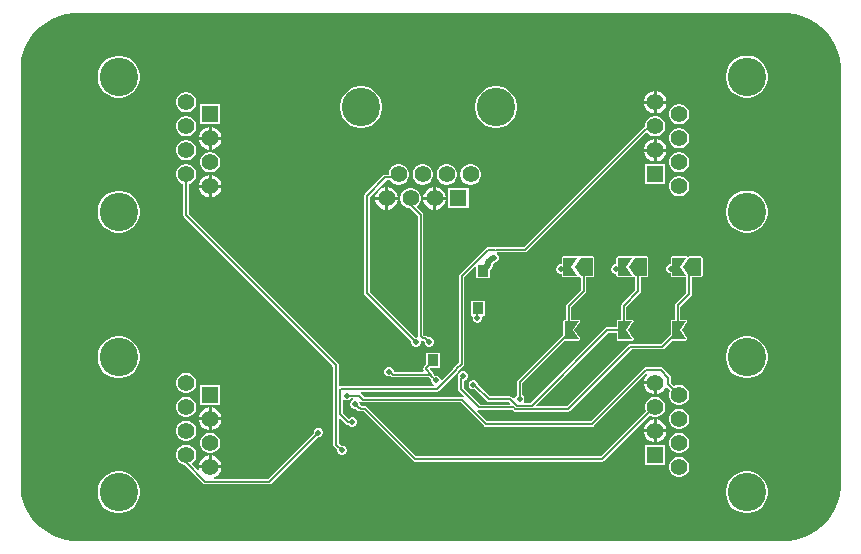
<source format=gbl>
G04*
G04 #@! TF.GenerationSoftware,Altium Limited,Altium Designer,22.11.1 (43)*
G04*
G04 Layer_Physical_Order=2*
G04 Layer_Color=16711680*
%FSLAX25Y25*%
%MOIN*%
G70*
G04*
G04 #@! TF.SameCoordinates,86DA71BE-ED10-4D6F-9541-DF3680A4200E*
G04*
G04*
G04 #@! TF.FilePolarity,Positive*
G04*
G01*
G75*
%ADD13C,0.00600*%
%ADD20R,0.03543X0.03937*%
%ADD35C,0.01968*%
%ADD36R,0.05504X0.05504*%
%ADD37C,0.05504*%
%ADD38C,0.12795*%
%ADD39R,0.05504X0.05504*%
%ADD40C,0.01968*%
%AMCUSTOMSHAPE41*
4,1,5,0.02264,-0.02953,0.00295,0.00000,0.02264,0.02953,-0.02264,0.02953,-0.02264,-0.02953,0.02264,-0.02953,0.0*%
%ADD41CUSTOMSHAPE41*%

%AMCUSTOMSHAPE42*
4,1,5,0.02953,-0.02953,0.02953,0.02953,-0.00984,0.02953,-0.02953,0.00000,-0.00984,-0.02953,0.02953,-0.02953,0.0*%
%ADD42CUSTOMSHAPE42*%

G36*
X259007Y176374D02*
X261398Y175733D01*
X263684Y174786D01*
X265828Y173549D01*
X267792Y172042D01*
X269542Y170292D01*
X271049Y168328D01*
X272286Y166184D01*
X273234Y163898D01*
X273874Y161507D01*
X274197Y159053D01*
Y157815D01*
Y19685D01*
Y18447D01*
X273874Y15993D01*
X273234Y13602D01*
X272286Y11316D01*
X271049Y9172D01*
X269542Y7208D01*
X267792Y5458D01*
X265828Y3951D01*
X263684Y2714D01*
X261397Y1767D01*
X259007Y1126D01*
X256553Y803D01*
X18447D01*
X15993Y1126D01*
X13602Y1767D01*
X11316Y2714D01*
X9172Y3951D01*
X7208Y5458D01*
X5458Y7208D01*
X3951Y9172D01*
X2714Y11316D01*
X1767Y13602D01*
X1126Y15993D01*
X803Y18447D01*
Y19685D01*
Y157815D01*
Y159053D01*
X1126Y161507D01*
X1767Y163898D01*
X2714Y166184D01*
X3951Y168328D01*
X5458Y170292D01*
X7208Y172042D01*
X9172Y173549D01*
X11316Y174786D01*
X13602Y175733D01*
X15993Y176374D01*
X18447Y176697D01*
X256553D01*
X259007Y176374D01*
D02*
G37*
%LPC*%
G36*
X243560Y162509D02*
X242182D01*
X240830Y162241D01*
X239556Y161713D01*
X238410Y160947D01*
X237435Y159973D01*
X236669Y158826D01*
X236142Y157553D01*
X235873Y156201D01*
Y154823D01*
X236142Y153471D01*
X236669Y152197D01*
X237435Y151051D01*
X238410Y150076D01*
X239556Y149311D01*
X240830Y148783D01*
X242182Y148514D01*
X243560D01*
X244912Y148783D01*
X246185Y149311D01*
X247332Y150076D01*
X248306Y151051D01*
X249072Y152197D01*
X249600Y153471D01*
X249868Y154823D01*
Y156201D01*
X249600Y157553D01*
X249072Y158826D01*
X248306Y159973D01*
X247332Y160947D01*
X246185Y161713D01*
X244912Y162241D01*
X243560Y162509D01*
D02*
G37*
G36*
X34189Y162494D02*
X32811D01*
X31459Y162225D01*
X30185Y161697D01*
X29039Y160931D01*
X28065Y159957D01*
X27299Y158811D01*
X26771Y157537D01*
X26502Y156185D01*
Y154807D01*
X26771Y153455D01*
X27299Y152181D01*
X28065Y151035D01*
X29039Y150060D01*
X30185Y149295D01*
X31459Y148767D01*
X32811Y148498D01*
X34189D01*
X35541Y148767D01*
X36815Y149295D01*
X37961Y150060D01*
X38935Y151035D01*
X39701Y152181D01*
X40229Y153455D01*
X40498Y154807D01*
Y156185D01*
X40229Y157537D01*
X39701Y158811D01*
X38935Y159957D01*
X37961Y160931D01*
X36815Y161697D01*
X35541Y162225D01*
X34189Y162494D01*
D02*
G37*
G36*
X212859Y150758D02*
Y147508D01*
X216109D01*
X215855Y148456D01*
X215361Y149312D01*
X214663Y150010D01*
X213807Y150504D01*
X212859Y150758D01*
D02*
G37*
G36*
X211859Y150758D02*
X210911Y150504D01*
X210055Y150010D01*
X209357Y149312D01*
X208863Y148456D01*
X208609Y147508D01*
X211859D01*
Y150758D01*
D02*
G37*
G36*
X56461Y150344D02*
X55578D01*
X54726Y150116D01*
X53961Y149674D01*
X53337Y149050D01*
X52896Y148286D01*
X52668Y147433D01*
Y146551D01*
X52896Y145698D01*
X53337Y144934D01*
X53961Y144310D01*
X54726Y143869D01*
X55578Y143640D01*
X56461D01*
X57313Y143869D01*
X58078Y144310D01*
X58702Y144934D01*
X59143Y145698D01*
X59372Y146551D01*
Y147433D01*
X59143Y148286D01*
X58702Y149050D01*
X58078Y149674D01*
X57313Y150116D01*
X56461Y150344D01*
D02*
G37*
G36*
X211859Y146508D02*
X208609D01*
X208863Y145560D01*
X209357Y144704D01*
X210055Y144006D01*
X210911Y143511D01*
X211859Y143257D01*
Y146508D01*
D02*
G37*
G36*
X216109D02*
X212859D01*
Y143257D01*
X213807Y143511D01*
X214663Y144006D01*
X215361Y144704D01*
X215855Y145560D01*
X216109Y146508D01*
D02*
G37*
G36*
X220793Y146344D02*
X219910D01*
X219057Y146116D01*
X218293Y145674D01*
X217669Y145050D01*
X217228Y144286D01*
X216999Y143433D01*
Y142551D01*
X217228Y141698D01*
X217669Y140934D01*
X218293Y140310D01*
X219057Y139869D01*
X219910Y139640D01*
X220793D01*
X221645Y139869D01*
X222409Y140310D01*
X223033Y140934D01*
X223475Y141698D01*
X223703Y142551D01*
Y143433D01*
X223475Y144286D01*
X223033Y145050D01*
X222409Y145674D01*
X221645Y146116D01*
X220793Y146344D01*
D02*
G37*
G36*
X67364Y146328D02*
X60660D01*
Y139624D01*
X67364D01*
Y146328D01*
D02*
G37*
G36*
X160005Y152435D02*
X158627D01*
X157275Y152166D01*
X156002Y151639D01*
X154856Y150873D01*
X153881Y149899D01*
X153115Y148752D01*
X152588Y147479D01*
X152319Y146127D01*
Y144748D01*
X152588Y143397D01*
X153115Y142123D01*
X153881Y140977D01*
X154856Y140002D01*
X156002Y139236D01*
X157275Y138709D01*
X158627Y138440D01*
X160005D01*
X161357Y138709D01*
X162631Y139236D01*
X163777Y140002D01*
X164752Y140977D01*
X165517Y142123D01*
X166045Y143397D01*
X166314Y144748D01*
Y146127D01*
X166045Y147479D01*
X165517Y148752D01*
X164752Y149899D01*
X163777Y150873D01*
X162631Y151639D01*
X161357Y152166D01*
X160005Y152435D01*
D02*
G37*
G36*
X115006D02*
X113627D01*
X112275Y152166D01*
X111002Y151639D01*
X109856Y150873D01*
X108881Y149899D01*
X108115Y148752D01*
X107588Y147479D01*
X107319Y146127D01*
Y144748D01*
X107588Y143397D01*
X108115Y142123D01*
X108881Y140977D01*
X109856Y140002D01*
X111002Y139236D01*
X112275Y138709D01*
X113627Y138440D01*
X115006D01*
X116357Y138709D01*
X117631Y139236D01*
X118777Y140002D01*
X119752Y140977D01*
X120518Y142123D01*
X121045Y143397D01*
X121314Y144748D01*
Y146127D01*
X121045Y147479D01*
X120518Y148752D01*
X119752Y149899D01*
X118777Y150873D01*
X117631Y151639D01*
X116357Y152166D01*
X115006Y152435D01*
D02*
G37*
G36*
X212800Y142368D02*
X211918D01*
X211065Y142139D01*
X210301Y141698D01*
X209677Y141074D01*
X209235Y140310D01*
X209007Y139457D01*
Y138963D01*
X208954Y138953D01*
X208656Y138754D01*
X168720Y98818D01*
X159190D01*
X159134Y98806D01*
X159077Y98818D01*
X156643D01*
X156292Y98748D01*
X155994Y98549D01*
X147151Y89706D01*
X146952Y89408D01*
X146882Y89057D01*
Y60245D01*
X145231Y58593D01*
X145032Y58295D01*
X145008Y58175D01*
X141283Y54450D01*
X140783Y54615D01*
X140542Y55196D01*
X140096Y55642D01*
X139515Y55883D01*
X138915D01*
X138684Y56114D01*
Y56217D01*
X138614Y56568D01*
X138415Y56866D01*
X137166Y58115D01*
X137457Y58531D01*
X140614D01*
Y63468D01*
X136071D01*
Y59829D01*
X135373Y59132D01*
X135175Y58834D01*
X135105Y58483D01*
Y57961D01*
X135170Y57635D01*
X135171Y57604D01*
X134891Y57135D01*
X125333D01*
X125183Y57285D01*
Y57515D01*
X124942Y58096D01*
X124496Y58542D01*
X123915Y58783D01*
X123285D01*
X122704Y58542D01*
X122258Y58096D01*
X122017Y57515D01*
Y56885D01*
X122258Y56304D01*
X122704Y55858D01*
X123285Y55617D01*
X123915D01*
X124156Y55717D01*
X124304Y55568D01*
X124602Y55370D01*
X124953Y55300D01*
X136974D01*
X137117Y55085D01*
X137617Y54585D01*
Y53985D01*
X137858Y53404D01*
X138303Y52958D01*
X138525Y52867D01*
X138426Y52367D01*
X114496D01*
X114319Y52402D01*
X107651D01*
X107418Y52355D01*
X107048Y52560D01*
X106918Y52678D01*
Y59272D01*
X106848Y59623D01*
X106649Y59920D01*
X56937Y109632D01*
Y119791D01*
X57313Y119892D01*
X58078Y120334D01*
X58702Y120958D01*
X59143Y121722D01*
X59372Y122574D01*
Y123457D01*
X59143Y124310D01*
X58702Y125074D01*
X58078Y125698D01*
X57313Y126139D01*
X56461Y126368D01*
X55578D01*
X54726Y126139D01*
X53961Y125698D01*
X53337Y125074D01*
X52896Y124310D01*
X52668Y123457D01*
Y122574D01*
X52896Y121722D01*
X53337Y120958D01*
X53961Y120334D01*
X54726Y119892D01*
X55102Y119791D01*
Y109252D01*
X55172Y108901D01*
X55371Y108603D01*
X105082Y58891D01*
Y32889D01*
X105152Y32538D01*
X105351Y32240D01*
X106354Y31237D01*
Y30637D01*
X106595Y30055D01*
X107041Y29610D01*
X107622Y29369D01*
X108252D01*
X108834Y29610D01*
X109279Y30055D01*
X109520Y30637D01*
Y31267D01*
X109279Y31848D01*
X108834Y32294D01*
X108252Y32535D01*
X107652D01*
X106918Y33269D01*
Y41431D01*
X107380Y41623D01*
X109256Y39746D01*
X109554Y39548D01*
X109905Y39478D01*
X110116D01*
X110540Y39054D01*
X111122Y38813D01*
X111752D01*
X112334Y39054D01*
X112779Y39499D01*
X113020Y40080D01*
Y40710D01*
X112779Y41292D01*
X112334Y41737D01*
X111752Y41978D01*
X111122D01*
X110540Y41737D01*
X110201Y41397D01*
X108218Y43380D01*
Y47621D01*
X108688Y47858D01*
X109269Y47617D01*
X109899D01*
X110481Y47858D01*
X110905Y48282D01*
X111644D01*
X111743Y47782D01*
X111404Y47642D01*
X110958Y47196D01*
X110717Y46615D01*
Y45985D01*
X110958Y45404D01*
X111404Y44958D01*
X111985Y44717D01*
X112615D01*
X112680Y44744D01*
X113044Y44380D01*
X113342Y44181D01*
X113693Y44111D01*
X113771D01*
X113966Y43981D01*
X114318Y43911D01*
X115223D01*
X131631Y27503D01*
X131928Y27304D01*
X132280Y27234D01*
X194656D01*
X195007Y27304D01*
X195305Y27503D01*
X210505Y42704D01*
X211065Y42380D01*
X211918Y42152D01*
X212800D01*
X213653Y42380D01*
X214417Y42822D01*
X215041Y43446D01*
X215483Y44210D01*
X215711Y45063D01*
Y45945D01*
X215483Y46798D01*
X215041Y47562D01*
X214417Y48186D01*
X213653Y48627D01*
X212800Y48856D01*
X211918D01*
X211065Y48627D01*
X210301Y48186D01*
X209677Y47562D01*
X209236Y46798D01*
X209007Y45945D01*
Y45063D01*
X209236Y44210D01*
X209302Y44096D01*
X194276Y29070D01*
X132660D01*
X116252Y45477D01*
X115954Y45676D01*
X115603Y45746D01*
X114663D01*
X114469Y45876D01*
X114118Y45946D01*
X114073D01*
X113883Y46137D01*
Y46615D01*
X113642Y47196D01*
X113197Y47642D01*
X113192Y47644D01*
X113256Y48158D01*
X113447Y48186D01*
X114455Y47177D01*
X114753Y46978D01*
X115104Y46909D01*
X147482D01*
X155339Y39051D01*
X155637Y38852D01*
X155988Y38782D01*
X191181D01*
X191532Y38852D01*
X191829Y39051D01*
X209433Y56655D01*
X209488Y56638D01*
X209629Y56072D01*
X209357Y55800D01*
X208863Y54944D01*
X208609Y53996D01*
X212359D01*
Y53496D01*
X212859D01*
Y49746D01*
X213807Y50000D01*
X214663Y50494D01*
X215361Y51192D01*
X215827Y51999D01*
X215935Y52061D01*
X216397Y52137D01*
X217422Y51112D01*
X217228Y50774D01*
X216999Y49922D01*
Y49039D01*
X217228Y48187D01*
X217669Y47422D01*
X218293Y46798D01*
X219057Y46357D01*
X219910Y46128D01*
X220793D01*
X221645Y46357D01*
X222409Y46798D01*
X223033Y47422D01*
X223475Y48187D01*
X223703Y49039D01*
Y49922D01*
X223475Y50774D01*
X223033Y51538D01*
X222409Y52163D01*
X221645Y52604D01*
X220793Y52832D01*
X219910D01*
X219057Y52604D01*
X218720Y52409D01*
X217705Y53425D01*
Y55221D01*
X217635Y55572D01*
X217436Y55870D01*
X214810Y58496D01*
X214512Y58695D01*
X214161Y58765D01*
X209328D01*
X208977Y58695D01*
X208679Y58496D01*
X190800Y40618D01*
X156368D01*
X152838Y44148D01*
X153157Y44536D01*
X153315Y44430D01*
X153666Y44360D01*
X164871D01*
X165124Y44107D01*
X165422Y43908D01*
X165773Y43838D01*
X183355D01*
X183707Y43908D01*
X184004Y44107D01*
X204480Y64582D01*
X214754D01*
X215105Y64652D01*
X215403Y64851D01*
X218120Y67568D01*
X222580D01*
X222726Y67629D01*
X222880Y67659D01*
X222911Y67705D01*
X222963Y67727D01*
X223023Y67872D01*
X223111Y68003D01*
X223100Y68058D01*
X223121Y68110D01*
X223061Y68255D01*
X223030Y68410D01*
X221262Y71062D01*
X223030Y73715D01*
X223061Y73869D01*
X223121Y74015D01*
X223100Y74067D01*
X223111Y74121D01*
X223023Y74252D01*
X222963Y74398D01*
X222911Y74419D01*
X222880Y74465D01*
X222726Y74496D01*
X222580Y74556D01*
X220718D01*
Y78897D01*
X224316Y82496D01*
X224515Y82794D01*
X224585Y83145D01*
Y88706D01*
X227698D01*
X228081Y88864D01*
X228239Y89247D01*
Y95153D01*
X228081Y95535D01*
X227698Y95694D01*
X223761D01*
X223710Y95673D01*
X223655Y95683D01*
X223524Y95596D01*
X223378Y95535D01*
X223014Y95570D01*
X222880Y95603D01*
Y95603D01*
X222726Y95634D01*
X222580Y95694D01*
X218052D01*
X217670Y95535D01*
X217511Y95153D01*
Y93110D01*
X217205D01*
X216623Y92869D01*
X216178Y92424D01*
X215937Y91842D01*
Y91212D01*
X216178Y90631D01*
X216623Y90185D01*
X217205Y89944D01*
X217511D01*
Y89247D01*
X217670Y88864D01*
X218052Y88706D01*
X222580D01*
X222750Y88244D01*
Y83525D01*
X219151Y79926D01*
X218952Y79628D01*
X218882Y79277D01*
Y74556D01*
X218052D01*
X217670Y74398D01*
X217511Y74015D01*
Y69555D01*
X214374Y66418D01*
X204100D01*
X203749Y66348D01*
X203451Y66149D01*
X182975Y45673D01*
X172905D01*
X172714Y46135D01*
X196723Y70145D01*
X199589D01*
Y68110D01*
X199747Y67727D01*
X200130Y67568D01*
X204657D01*
X204803Y67629D01*
X204958Y67659D01*
X204989Y67705D01*
X205040Y67727D01*
X205100Y67872D01*
X205188Y68003D01*
X205177Y68058D01*
X205199Y68110D01*
X205138Y68255D01*
X205108Y68410D01*
X203339Y71062D01*
X205108Y73715D01*
X205138Y73869D01*
X205199Y74015D01*
X205177Y74067D01*
X205188Y74121D01*
X205100Y74252D01*
X205040Y74398D01*
X204989Y74419D01*
X204958Y74465D01*
X204803Y74496D01*
X204657Y74556D01*
X202718D01*
Y78751D01*
X207286Y83320D01*
X207485Y83618D01*
X207555Y83969D01*
Y88706D01*
X209590D01*
X209973Y88864D01*
X210131Y89247D01*
Y95153D01*
X209973Y95535D01*
X209590Y95694D01*
X205653D01*
X205602Y95673D01*
X205547Y95683D01*
X205416Y95596D01*
X205270Y95535D01*
X204906Y95570D01*
X204772Y95603D01*
Y95603D01*
X204618Y95634D01*
X204472Y95694D01*
X199944D01*
X199562Y95535D01*
X199403Y95153D01*
Y92910D01*
X198905D01*
X198323Y92669D01*
X197878Y92224D01*
X197637Y91642D01*
Y91012D01*
X197878Y90431D01*
X198323Y89985D01*
X198905Y89745D01*
X199403D01*
Y89247D01*
X199562Y88864D01*
X199944Y88706D01*
X204472D01*
X204618Y88766D01*
X204772Y88797D01*
Y88797D01*
X204854Y88826D01*
X205073Y88846D01*
X205377Y88820D01*
X205416Y88804D01*
X205547Y88717D01*
X205720Y88251D01*
Y84349D01*
X201151Y79780D01*
X200952Y79483D01*
X200882Y79131D01*
Y74556D01*
X200130D01*
X199747Y74398D01*
X199589Y74015D01*
Y71980D01*
X196343D01*
X195992Y71910D01*
X195694Y71711D01*
X170756Y46773D01*
X168754D01*
X168517Y47243D01*
X168757Y47825D01*
Y48454D01*
X168517Y49036D01*
X168118Y49435D01*
Y53411D01*
X182275Y67568D01*
X186735D01*
X186880Y67629D01*
X187035Y67659D01*
X187066Y67705D01*
X187117Y67727D01*
X187178Y67872D01*
X187265Y68003D01*
X187255Y68058D01*
X187276Y68110D01*
X187216Y68255D01*
X187185Y68410D01*
X185417Y71062D01*
X187185Y73715D01*
X187216Y73869D01*
X187276Y74015D01*
X187255Y74067D01*
X187265Y74121D01*
X187178Y74252D01*
X187117Y74398D01*
X187066Y74419D01*
X187035Y74465D01*
X186880Y74496D01*
X186735Y74556D01*
X184418D01*
Y78605D01*
X189178Y83366D01*
X189377Y83663D01*
X189447Y84015D01*
Y88706D01*
X191482D01*
X191865Y88864D01*
X192023Y89247D01*
Y95153D01*
X191865Y95535D01*
X191482Y95694D01*
X187545D01*
X187493Y95673D01*
X187439Y95683D01*
X187308Y95596D01*
X187162Y95535D01*
X186798Y95570D01*
X186664Y95603D01*
Y95603D01*
X186509Y95634D01*
X186364Y95694D01*
X181836D01*
X181454Y95535D01*
X181295Y95153D01*
Y92910D01*
X180705D01*
X180123Y92669D01*
X179678Y92224D01*
X179437Y91642D01*
Y91012D01*
X179678Y90431D01*
X180123Y89985D01*
X180705Y89745D01*
X181295D01*
Y89247D01*
X181454Y88864D01*
X181836Y88706D01*
X186364D01*
X186509Y88766D01*
X186664Y88797D01*
Y88797D01*
X186746Y88826D01*
X186965Y88846D01*
X187269Y88820D01*
X187308Y88804D01*
X187439Y88717D01*
X187611Y88251D01*
Y84395D01*
X182851Y79634D01*
X182652Y79337D01*
X182582Y78985D01*
Y74556D01*
X182207D01*
X181824Y74398D01*
X181666Y74015D01*
Y69555D01*
X166551Y54440D01*
X166352Y54142D01*
X166282Y53791D01*
Y49483D01*
X166278Y49481D01*
X165833Y49036D01*
X165592Y48455D01*
X165092Y48290D01*
X164733Y48649D01*
X164435Y48848D01*
X164084Y48918D01*
X157180D01*
X153315Y52783D01*
Y53166D01*
X153074Y53748D01*
X152629Y54193D01*
X152047Y54434D01*
X151417D01*
X150835Y54193D01*
X150390Y53748D01*
X150149Y53166D01*
Y52537D01*
X150390Y51955D01*
X150835Y51510D01*
X151417Y51269D01*
X152047D01*
X152179Y51323D01*
X156151Y47351D01*
X156449Y47152D01*
X156800Y47082D01*
X163704D01*
X164129Y46657D01*
X163938Y46196D01*
X154047D01*
X148518Y51724D01*
Y54169D01*
X148647D01*
X149229Y54410D01*
X149674Y54855D01*
X149915Y55437D01*
Y56066D01*
X149674Y56648D01*
X149229Y57093D01*
X148647Y57334D01*
X148017D01*
X147435Y57093D01*
X146990Y56648D01*
X146749Y56066D01*
Y55437D01*
X146773Y55379D01*
X146752Y55347D01*
X146682Y54996D01*
Y51344D01*
X146752Y50993D01*
X146951Y50696D01*
X148690Y48956D01*
X148372Y48568D01*
X148213Y48674D01*
X147862Y48744D01*
X115484D01*
X114379Y49849D01*
X114303Y50475D01*
X114354Y50531D01*
X139579D01*
X139930Y50601D01*
X140228Y50800D01*
X146528Y57100D01*
X146727Y57398D01*
X146751Y57518D01*
X148449Y59215D01*
X148648Y59513D01*
X148718Y59864D01*
Y88677D01*
X152188Y92147D01*
X152650Y91955D01*
Y88432D01*
X157193D01*
Y91084D01*
X157835Y91726D01*
X158185Y92250D01*
X158308Y92869D01*
Y92933D01*
X158919Y93545D01*
X158935D01*
X159074Y93602D01*
X159238Y93635D01*
X159377Y93728D01*
X159516Y93785D01*
X159623Y93892D01*
X159762Y93985D01*
X159855Y94124D01*
X159961Y94231D01*
X160019Y94370D01*
X160112Y94509D01*
X160145Y94673D01*
X160203Y94812D01*
Y94963D01*
X160235Y95127D01*
X160203Y95291D01*
Y95442D01*
X160145Y95581D01*
X160112Y95745D01*
X160019Y95884D01*
X159961Y96024D01*
X159855Y96130D01*
X159762Y96269D01*
X159623Y96362D01*
X159516Y96469D01*
X159484Y96482D01*
X159575Y96941D01*
X159595Y96982D01*
X169100D01*
X169451Y97052D01*
X169749Y97251D01*
X209481Y136983D01*
X209677Y136958D01*
X210301Y136334D01*
X211065Y135892D01*
X211918Y135664D01*
X212800D01*
X213653Y135892D01*
X214417Y136334D01*
X215041Y136958D01*
X215482Y137722D01*
X215711Y138575D01*
Y139457D01*
X215482Y140310D01*
X215041Y141074D01*
X214417Y141698D01*
X213653Y142139D01*
X212800Y142368D01*
D02*
G37*
G36*
X56461Y142352D02*
X55578D01*
X54726Y142123D01*
X53961Y141682D01*
X53337Y141058D01*
X52896Y140294D01*
X52668Y139441D01*
Y138559D01*
X52896Y137706D01*
X53337Y136942D01*
X53961Y136318D01*
X54726Y135876D01*
X55578Y135648D01*
X56461D01*
X57313Y135876D01*
X58078Y136318D01*
X58702Y136942D01*
X59143Y137706D01*
X59372Y138559D01*
Y139441D01*
X59143Y140294D01*
X58702Y141058D01*
X58078Y141682D01*
X57313Y142123D01*
X56461Y142352D01*
D02*
G37*
G36*
X64512Y138734D02*
Y135484D01*
X67762D01*
X67508Y136432D01*
X67014Y137288D01*
X66316Y137987D01*
X65460Y138480D01*
X64512Y138734D01*
D02*
G37*
G36*
X63512Y138734D02*
X62564Y138480D01*
X61708Y137987D01*
X61010Y137288D01*
X60515Y136432D01*
X60261Y135484D01*
X63512D01*
Y138734D01*
D02*
G37*
G36*
X220793Y138352D02*
X219910D01*
X219057Y138124D01*
X218293Y137682D01*
X217669Y137058D01*
X217228Y136294D01*
X216999Y135441D01*
Y134559D01*
X217228Y133706D01*
X217669Y132942D01*
X218293Y132318D01*
X219057Y131877D01*
X219910Y131648D01*
X220793D01*
X221645Y131877D01*
X222409Y132318D01*
X223033Y132942D01*
X223475Y133706D01*
X223703Y134559D01*
Y135441D01*
X223475Y136294D01*
X223033Y137058D01*
X222409Y137682D01*
X221645Y138124D01*
X220793Y138352D01*
D02*
G37*
G36*
X212859Y134774D02*
Y131524D01*
X216109D01*
X215855Y132472D01*
X215361Y133327D01*
X214663Y134026D01*
X213807Y134520D01*
X212859Y134774D01*
D02*
G37*
G36*
X211859D02*
X210911Y134520D01*
X210055Y134026D01*
X209357Y133327D01*
X208863Y132472D01*
X208609Y131524D01*
X211859D01*
Y134774D01*
D02*
G37*
G36*
X63512Y134484D02*
X60261D01*
X60515Y133536D01*
X61010Y132680D01*
X61708Y131982D01*
X62564Y131488D01*
X63512Y131234D01*
Y134484D01*
D02*
G37*
G36*
X67762D02*
X64512D01*
Y131234D01*
X65460Y131488D01*
X66316Y131982D01*
X67014Y132680D01*
X67508Y133536D01*
X67762Y134484D01*
D02*
G37*
G36*
X212359Y131024D02*
D01*
D01*
D01*
D02*
G37*
G36*
X56461Y134360D02*
X55578D01*
X54726Y134132D01*
X53961Y133690D01*
X53337Y133066D01*
X52896Y132302D01*
X52668Y131449D01*
Y130567D01*
X52896Y129714D01*
X53337Y128950D01*
X53961Y128326D01*
X54726Y127884D01*
X55578Y127656D01*
X56461D01*
X57313Y127884D01*
X58078Y128326D01*
X58702Y128950D01*
X59143Y129714D01*
X59372Y130567D01*
Y131449D01*
X59143Y132302D01*
X58702Y133066D01*
X58078Y133690D01*
X57313Y134132D01*
X56461Y134360D01*
D02*
G37*
G36*
X216109Y130524D02*
X212859D01*
Y127273D01*
X213807Y127527D01*
X214663Y128021D01*
X215361Y128720D01*
X215855Y129575D01*
X216109Y130524D01*
D02*
G37*
G36*
X211859D02*
X208609D01*
X208863Y129575D01*
X209357Y128720D01*
X210055Y128021D01*
X210911Y127527D01*
X211859Y127273D01*
Y130524D01*
D02*
G37*
G36*
X220793Y130360D02*
X219910D01*
X219057Y130131D01*
X218293Y129690D01*
X217669Y129066D01*
X217228Y128302D01*
X216999Y127449D01*
Y126567D01*
X217228Y125714D01*
X217669Y124950D01*
X218293Y124326D01*
X219057Y123884D01*
X219910Y123656D01*
X220793D01*
X221645Y123884D01*
X222409Y124326D01*
X223033Y124950D01*
X223475Y125714D01*
X223703Y126567D01*
Y127449D01*
X223475Y128302D01*
X223033Y129066D01*
X222409Y129690D01*
X221645Y130131D01*
X220793Y130360D01*
D02*
G37*
G36*
X64453Y130344D02*
X63570D01*
X62718Y130116D01*
X61954Y129674D01*
X61330Y129050D01*
X60888Y128286D01*
X60660Y127434D01*
Y126551D01*
X60888Y125698D01*
X61330Y124934D01*
X61954Y124310D01*
X62718Y123869D01*
X63570Y123640D01*
X64453D01*
X65306Y123869D01*
X66070Y124310D01*
X66694Y124934D01*
X67135Y125698D01*
X67364Y126551D01*
Y127434D01*
X67135Y128286D01*
X66694Y129050D01*
X66070Y129674D01*
X65306Y130116D01*
X64453Y130344D01*
D02*
G37*
G36*
X215711Y126384D02*
X209007D01*
Y119680D01*
X215711D01*
Y126384D01*
D02*
G37*
G36*
X151254Y126270D02*
X150371D01*
X149519Y126042D01*
X148754Y125600D01*
X148130Y124976D01*
X147689Y124212D01*
X147460Y123359D01*
Y122477D01*
X147689Y121624D01*
X148130Y120860D01*
X148754Y120236D01*
X149519Y119795D01*
X150371Y119566D01*
X151254D01*
X152106Y119795D01*
X152871Y120236D01*
X153495Y120860D01*
X153936Y121624D01*
X154164Y122477D01*
Y123359D01*
X153936Y124212D01*
X153495Y124976D01*
X152871Y125600D01*
X152106Y126042D01*
X151254Y126270D01*
D02*
G37*
G36*
X143261D02*
X142379D01*
X141526Y126042D01*
X140762Y125600D01*
X140138Y124976D01*
X139697Y124212D01*
X139468Y123359D01*
Y122477D01*
X139697Y121624D01*
X140138Y120860D01*
X140762Y120236D01*
X141526Y119795D01*
X142379Y119566D01*
X143261D01*
X144114Y119795D01*
X144878Y120236D01*
X145502Y120860D01*
X145944Y121624D01*
X146172Y122477D01*
Y123359D01*
X145944Y124212D01*
X145502Y124976D01*
X144878Y125600D01*
X144114Y126042D01*
X143261Y126270D01*
D02*
G37*
G36*
X135269D02*
X134387D01*
X133534Y126042D01*
X132770Y125600D01*
X132146Y124976D01*
X131705Y124212D01*
X131476Y123359D01*
Y122477D01*
X131705Y121624D01*
X132146Y120860D01*
X132770Y120236D01*
X133534Y119795D01*
X134387Y119566D01*
X135269D01*
X136122Y119795D01*
X136886Y120236D01*
X137510Y120860D01*
X137952Y121624D01*
X138180Y122477D01*
Y123359D01*
X137952Y124212D01*
X137510Y124976D01*
X136886Y125600D01*
X136122Y126042D01*
X135269Y126270D01*
D02*
G37*
G36*
X127277D02*
X126395D01*
X125542Y126042D01*
X124778Y125600D01*
X124154Y124976D01*
X123712Y124212D01*
X123484Y123359D01*
Y122898D01*
X122437D01*
X122086Y122828D01*
X121788Y122629D01*
X115570Y116412D01*
X115372Y116114D01*
X115302Y115763D01*
Y83389D01*
X115372Y83038D01*
X115570Y82740D01*
X131045Y67266D01*
Y66666D01*
X131286Y66085D01*
X131731Y65639D01*
X132313Y65399D01*
X132942D01*
X133524Y65639D01*
X133969Y66085D01*
X134210Y66666D01*
Y67098D01*
X134345Y67237D01*
X134615Y67423D01*
X134672Y67441D01*
X134916Y67393D01*
X135266D01*
X135517Y67141D01*
Y66785D01*
X135758Y66203D01*
X136204Y65758D01*
X136785Y65517D01*
X137415D01*
X137996Y65758D01*
X138442Y66203D01*
X138683Y66785D01*
Y67415D01*
X138442Y67997D01*
X137996Y68442D01*
X137415Y68683D01*
X136785D01*
X136634Y68620D01*
X136294Y68959D01*
X135997Y69158D01*
X135646Y69228D01*
X135296D01*
X135128Y69396D01*
Y109274D01*
X135058Y109625D01*
X134859Y109923D01*
X132989Y111793D01*
X133058Y112431D01*
X133494Y112868D01*
X133936Y113632D01*
X134164Y114485D01*
Y115367D01*
X133936Y116220D01*
X133494Y116984D01*
X132870Y117608D01*
X132106Y118050D01*
X131254Y118278D01*
X130371D01*
X129518Y118050D01*
X128754Y117608D01*
X128130Y116984D01*
X127689Y116220D01*
X127460Y115367D01*
Y114485D01*
X127689Y113632D01*
X128130Y112868D01*
X128754Y112244D01*
X129518Y111802D01*
X130371Y111574D01*
X130613D01*
X133293Y108894D01*
Y69016D01*
X133305Y68955D01*
X133032Y68661D01*
X132874Y68564D01*
X132343D01*
X117137Y83769D01*
Y115383D01*
X122817Y121063D01*
X124037D01*
X124154Y120860D01*
X124778Y120236D01*
X125542Y119795D01*
X126395Y119566D01*
X127277D01*
X128130Y119795D01*
X128894Y120236D01*
X129518Y120860D01*
X129959Y121624D01*
X130188Y122477D01*
Y123359D01*
X129959Y124212D01*
X129518Y124976D01*
X128894Y125600D01*
X128130Y126042D01*
X127277Y126270D01*
D02*
G37*
G36*
X64512Y122750D02*
Y119500D01*
X67762D01*
X67508Y120448D01*
X67014Y121304D01*
X66316Y122002D01*
X65460Y122496D01*
X64512Y122750D01*
D02*
G37*
G36*
X63512Y122750D02*
X62564Y122496D01*
X61708Y122002D01*
X61010Y121304D01*
X60515Y120448D01*
X60261Y119500D01*
X63512D01*
Y122750D01*
D02*
G37*
G36*
X220793Y122368D02*
X219910D01*
X219057Y122139D01*
X218293Y121698D01*
X217669Y121074D01*
X217228Y120310D01*
X216999Y119457D01*
Y118575D01*
X217228Y117722D01*
X217669Y116958D01*
X218293Y116334D01*
X219057Y115892D01*
X219910Y115664D01*
X220793D01*
X221645Y115892D01*
X222409Y116334D01*
X223033Y116958D01*
X223475Y117722D01*
X223703Y118575D01*
Y119457D01*
X223475Y120310D01*
X223033Y121074D01*
X222409Y121698D01*
X221645Y122139D01*
X220793Y122368D01*
D02*
G37*
G36*
X139304Y118676D02*
Y115426D01*
X142555D01*
X142301Y116374D01*
X141807Y117230D01*
X141108Y117928D01*
X140252Y118422D01*
X139304Y118676D01*
D02*
G37*
G36*
X123320Y118676D02*
Y115426D01*
X126570D01*
X126316Y116374D01*
X125822Y117230D01*
X125124Y117928D01*
X124268Y118422D01*
X123320Y118676D01*
D02*
G37*
G36*
X122320Y118676D02*
X121372Y118422D01*
X120516Y117928D01*
X119818Y117230D01*
X119324Y116374D01*
X119070Y115426D01*
X122320D01*
Y118676D01*
D02*
G37*
G36*
X138304Y118676D02*
X137356Y118422D01*
X136501Y117928D01*
X135802Y117230D01*
X135308Y116374D01*
X135054Y115426D01*
X138304D01*
Y118676D01*
D02*
G37*
G36*
X63512Y118500D02*
X60261D01*
X60515Y117552D01*
X61010Y116696D01*
X61708Y115998D01*
X62564Y115504D01*
X63512Y115250D01*
Y118500D01*
D02*
G37*
G36*
X67762D02*
X64512D01*
Y115250D01*
X65460Y115504D01*
X66316Y115998D01*
X67014Y116696D01*
X67508Y117552D01*
X67762Y118500D01*
D02*
G37*
G36*
X150148Y118278D02*
X143445D01*
Y111574D01*
X150148D01*
Y118278D01*
D02*
G37*
G36*
X142555Y114426D02*
X139304D01*
Y111176D01*
X140252Y111430D01*
X141108Y111924D01*
X141807Y112622D01*
X142301Y113478D01*
X142555Y114426D01*
D02*
G37*
G36*
X122320D02*
X119070D01*
X119324Y113478D01*
X119818Y112622D01*
X120516Y111924D01*
X121372Y111430D01*
X122320Y111176D01*
Y114426D01*
D02*
G37*
G36*
X126570D02*
X123320D01*
Y111176D01*
X124268Y111430D01*
X125124Y111924D01*
X125822Y112622D01*
X126316Y113478D01*
X126570Y114426D01*
D02*
G37*
G36*
X138304D02*
X135054D01*
X135308Y113478D01*
X135802Y112622D01*
X136501Y111924D01*
X137356Y111430D01*
X138304Y111176D01*
Y114426D01*
D02*
G37*
G36*
X243560Y117509D02*
X242182D01*
X240830Y117241D01*
X239556Y116713D01*
X238410Y115947D01*
X237435Y114972D01*
X236669Y113826D01*
X236142Y112553D01*
X235873Y111201D01*
Y109823D01*
X236142Y108471D01*
X236669Y107197D01*
X237435Y106051D01*
X238410Y105076D01*
X239556Y104311D01*
X240830Y103783D01*
X242182Y103514D01*
X243560D01*
X244912Y103783D01*
X246185Y104311D01*
X247332Y105076D01*
X248306Y106051D01*
X249072Y107197D01*
X249600Y108471D01*
X249868Y109823D01*
Y111201D01*
X249600Y112553D01*
X249072Y113826D01*
X248306Y114972D01*
X247332Y115947D01*
X246185Y116713D01*
X244912Y117241D01*
X243560Y117509D01*
D02*
G37*
G36*
X34189Y117494D02*
X32811D01*
X31459Y117225D01*
X30185Y116697D01*
X29039Y115931D01*
X28065Y114957D01*
X27299Y113811D01*
X26771Y112537D01*
X26502Y111185D01*
Y109807D01*
X26771Y108455D01*
X27299Y107181D01*
X28065Y106035D01*
X29039Y105061D01*
X30185Y104295D01*
X31459Y103767D01*
X32811Y103498D01*
X34189D01*
X35541Y103767D01*
X36815Y104295D01*
X37961Y105061D01*
X38935Y106035D01*
X39701Y107181D01*
X40229Y108455D01*
X40498Y109807D01*
Y111185D01*
X40229Y112537D01*
X39701Y113811D01*
X38935Y114957D01*
X37961Y115931D01*
X36815Y116697D01*
X35541Y117225D01*
X34189Y117494D01*
D02*
G37*
G36*
X155596Y80824D02*
X151053D01*
Y75887D01*
X151311D01*
X151589Y75471D01*
X151532Y75334D01*
Y74705D01*
X151773Y74123D01*
X152219Y73678D01*
X152800Y73437D01*
X153430D01*
X154012Y73678D01*
X154457Y74123D01*
X154698Y74705D01*
Y75334D01*
X154641Y75471D01*
X154919Y75887D01*
X155596D01*
Y80824D01*
D02*
G37*
G36*
X243560Y68998D02*
X242182D01*
X240830Y68729D01*
X239556Y68201D01*
X238410Y67435D01*
X237435Y66461D01*
X236670Y65315D01*
X236142Y64041D01*
X235873Y62689D01*
Y61311D01*
X236142Y59959D01*
X236670Y58685D01*
X237435Y57539D01*
X238410Y56564D01*
X239556Y55799D01*
X240830Y55271D01*
X242182Y55002D01*
X243560D01*
X244912Y55271D01*
X246185Y55799D01*
X247332Y56564D01*
X248306Y57539D01*
X249072Y58685D01*
X249600Y59959D01*
X249868Y61311D01*
Y62689D01*
X249600Y64041D01*
X249072Y65315D01*
X248306Y66461D01*
X247332Y67435D01*
X246185Y68201D01*
X244912Y68729D01*
X243560Y68998D01*
D02*
G37*
G36*
X34189D02*
X32811D01*
X31459Y68729D01*
X30185Y68201D01*
X29039Y67435D01*
X28065Y66461D01*
X27299Y65315D01*
X26771Y64041D01*
X26502Y62689D01*
Y61311D01*
X26771Y59959D01*
X27299Y58685D01*
X28065Y57539D01*
X29039Y56564D01*
X30185Y55799D01*
X31459Y55271D01*
X32811Y55002D01*
X34189D01*
X35541Y55271D01*
X36815Y55799D01*
X37961Y56564D01*
X38935Y57539D01*
X39701Y58685D01*
X40229Y59959D01*
X40498Y61311D01*
Y62689D01*
X40229Y64041D01*
X39701Y65315D01*
X38935Y66461D01*
X37961Y67435D01*
X36815Y68201D01*
X35541Y68729D01*
X34189Y68998D01*
D02*
G37*
G36*
X56461Y56848D02*
X55578D01*
X54726Y56620D01*
X53961Y56178D01*
X53337Y55554D01*
X52896Y54790D01*
X52668Y53937D01*
Y53055D01*
X52896Y52202D01*
X53337Y51438D01*
X53961Y50814D01*
X54726Y50372D01*
X55578Y50144D01*
X56461D01*
X57313Y50372D01*
X58078Y50814D01*
X58702Y51438D01*
X59143Y52202D01*
X59372Y53055D01*
Y53937D01*
X59143Y54790D01*
X58702Y55554D01*
X58078Y56178D01*
X57313Y56620D01*
X56461Y56848D01*
D02*
G37*
G36*
X211859Y52996D02*
X208609D01*
X208863Y52048D01*
X209357Y51192D01*
X210055Y50494D01*
X210911Y50000D01*
X211859Y49746D01*
Y52996D01*
D02*
G37*
G36*
X67364Y52832D02*
X60660D01*
Y46128D01*
X67364D01*
Y52832D01*
D02*
G37*
G36*
X56461Y48856D02*
X55578D01*
X54726Y48627D01*
X53961Y48186D01*
X53337Y47562D01*
X52896Y46798D01*
X52668Y45945D01*
Y45063D01*
X52896Y44210D01*
X53337Y43446D01*
X53961Y42822D01*
X54726Y42380D01*
X55578Y42152D01*
X56461D01*
X57313Y42380D01*
X58078Y42822D01*
X58702Y43446D01*
X59143Y44210D01*
X59372Y45063D01*
Y45945D01*
X59143Y46798D01*
X58702Y47562D01*
X58078Y48186D01*
X57313Y48627D01*
X56461Y48856D01*
D02*
G37*
G36*
X64512Y45239D02*
Y41988D01*
X67762D01*
X67508Y42936D01*
X67014Y43792D01*
X66316Y44491D01*
X65460Y44984D01*
X64512Y45239D01*
D02*
G37*
G36*
X63512Y45239D02*
X62564Y44984D01*
X61708Y44491D01*
X61010Y43792D01*
X60515Y42936D01*
X60261Y41988D01*
X63512D01*
Y45239D01*
D02*
G37*
G36*
X220793Y44840D02*
X219910D01*
X219057Y44612D01*
X218293Y44170D01*
X217669Y43546D01*
X217228Y42782D01*
X216999Y41930D01*
Y41047D01*
X217228Y40194D01*
X217669Y39430D01*
X218293Y38806D01*
X219057Y38365D01*
X219910Y38136D01*
X220793D01*
X221645Y38365D01*
X222409Y38806D01*
X223033Y39430D01*
X223475Y40194D01*
X223703Y41047D01*
Y41930D01*
X223475Y42782D01*
X223033Y43546D01*
X222409Y44170D01*
X221645Y44612D01*
X220793Y44840D01*
D02*
G37*
G36*
X212859Y41262D02*
Y38012D01*
X216109D01*
X215855Y38960D01*
X215361Y39816D01*
X214663Y40514D01*
X213807Y41008D01*
X212859Y41262D01*
D02*
G37*
G36*
X211859Y41262D02*
X210911Y41008D01*
X210055Y40514D01*
X209357Y39816D01*
X208863Y38960D01*
X208609Y38012D01*
X211859D01*
Y41262D01*
D02*
G37*
G36*
X63512Y40988D02*
X60261D01*
X60515Y40040D01*
X61010Y39184D01*
X61708Y38486D01*
X62564Y37992D01*
X63512Y37738D01*
Y40988D01*
D02*
G37*
G36*
X67762D02*
X64512D01*
Y37738D01*
X65460Y37992D01*
X66316Y38486D01*
X67014Y39184D01*
X67508Y40040D01*
X67762Y40988D01*
D02*
G37*
G36*
X56461Y40864D02*
X55578D01*
X54726Y40635D01*
X53961Y40194D01*
X53337Y39570D01*
X52896Y38806D01*
X52668Y37953D01*
Y37071D01*
X52896Y36218D01*
X53337Y35454D01*
X53961Y34830D01*
X54726Y34388D01*
X55578Y34160D01*
X56461D01*
X57313Y34388D01*
X58078Y34830D01*
X58702Y35454D01*
X59143Y36218D01*
X59372Y37071D01*
Y37953D01*
X59143Y38806D01*
X58702Y39570D01*
X58078Y40194D01*
X57313Y40635D01*
X56461Y40864D01*
D02*
G37*
G36*
X216109Y37012D02*
X212859D01*
Y33762D01*
X213807Y34016D01*
X214663Y34509D01*
X215361Y35208D01*
X215855Y36064D01*
X216109Y37012D01*
D02*
G37*
G36*
X211859D02*
X208609D01*
X208863Y36064D01*
X209357Y35208D01*
X210055Y34509D01*
X210911Y34016D01*
X211859Y33761D01*
Y37012D01*
D02*
G37*
G36*
X220793Y36848D02*
X219910D01*
X219057Y36619D01*
X218293Y36178D01*
X217669Y35554D01*
X217228Y34790D01*
X216999Y33937D01*
Y33055D01*
X217228Y32202D01*
X217669Y31438D01*
X218293Y30814D01*
X219057Y30372D01*
X219910Y30144D01*
X220793D01*
X221645Y30372D01*
X222409Y30814D01*
X223033Y31438D01*
X223475Y32202D01*
X223703Y33055D01*
Y33937D01*
X223475Y34790D01*
X223033Y35554D01*
X222409Y36178D01*
X221645Y36619D01*
X220793Y36848D01*
D02*
G37*
G36*
X64453D02*
X63570D01*
X62718Y36619D01*
X61954Y36178D01*
X61330Y35554D01*
X60888Y34790D01*
X60660Y33937D01*
Y33055D01*
X60888Y32202D01*
X61330Y31438D01*
X61954Y30814D01*
X62718Y30372D01*
X63570Y30144D01*
X64453D01*
X65306Y30372D01*
X66070Y30814D01*
X66694Y31438D01*
X67135Y32202D01*
X67364Y33055D01*
Y33937D01*
X67135Y34790D01*
X66694Y35554D01*
X66070Y36178D01*
X65306Y36619D01*
X64453Y36848D01*
D02*
G37*
G36*
X215711Y32871D02*
X209007D01*
Y26168D01*
X215711D01*
Y32871D01*
D02*
G37*
G36*
X64512Y29254D02*
Y26004D01*
X67762D01*
X67508Y26952D01*
X67014Y27808D01*
X66316Y28506D01*
X65460Y29000D01*
X64512Y29254D01*
D02*
G37*
G36*
X63512Y29254D02*
X62564Y29000D01*
X61708Y28506D01*
X61010Y27808D01*
X60515Y26952D01*
X60261Y26004D01*
X63512D01*
Y29254D01*
D02*
G37*
G36*
X220793Y28856D02*
X219910D01*
X219057Y28627D01*
X218293Y28186D01*
X217669Y27562D01*
X217228Y26798D01*
X216999Y25945D01*
Y25063D01*
X217228Y24210D01*
X217669Y23446D01*
X218293Y22822D01*
X219057Y22380D01*
X219910Y22152D01*
X220793D01*
X221645Y22380D01*
X222409Y22822D01*
X223033Y23446D01*
X223475Y24210D01*
X223703Y25063D01*
Y25945D01*
X223475Y26798D01*
X223033Y27562D01*
X222409Y28186D01*
X221645Y28627D01*
X220793Y28856D01*
D02*
G37*
G36*
X100402Y38485D02*
X99772D01*
X99190Y38244D01*
X98745Y37799D01*
X98504Y37217D01*
Y36617D01*
X83357Y21470D01*
X65384D01*
X65318Y21970D01*
X65460Y22008D01*
X66316Y22502D01*
X67014Y23200D01*
X67508Y24056D01*
X67762Y25004D01*
X64012D01*
X60261D01*
X60361Y24633D01*
X59913Y24374D01*
X57970Y26317D01*
X58022Y26711D01*
X58117Y26877D01*
X58702Y27462D01*
X59143Y28226D01*
X59372Y29079D01*
Y29961D01*
X59143Y30814D01*
X58702Y31578D01*
X58078Y32202D01*
X57313Y32643D01*
X56461Y32872D01*
X55578D01*
X54726Y32643D01*
X53961Y32202D01*
X53337Y31578D01*
X52896Y30814D01*
X52668Y29961D01*
Y29079D01*
X52896Y28226D01*
X53337Y27462D01*
X53961Y26838D01*
X54726Y26396D01*
X55503Y26188D01*
X61788Y19903D01*
X62086Y19704D01*
X62437Y19634D01*
X83737D01*
X84088Y19704D01*
X84386Y19903D01*
X99802Y35319D01*
X100402D01*
X100984Y35560D01*
X101429Y36005D01*
X101670Y36587D01*
Y37217D01*
X101429Y37799D01*
X100984Y38244D01*
X100402Y38485D01*
D02*
G37*
G36*
X243560Y23998D02*
X242182D01*
X240830Y23729D01*
X239556Y23201D01*
X238410Y22435D01*
X237435Y21461D01*
X236670Y20315D01*
X236142Y19041D01*
X235873Y17689D01*
Y16311D01*
X236142Y14959D01*
X236670Y13685D01*
X237435Y12539D01*
X238410Y11564D01*
X239556Y10799D01*
X240830Y10271D01*
X242182Y10002D01*
X243560D01*
X244912Y10271D01*
X246185Y10799D01*
X247332Y11564D01*
X248306Y12539D01*
X249072Y13685D01*
X249600Y14959D01*
X249868Y16311D01*
Y17689D01*
X249600Y19041D01*
X249072Y20315D01*
X248306Y21461D01*
X247332Y22435D01*
X246185Y23201D01*
X244912Y23729D01*
X243560Y23998D01*
D02*
G37*
G36*
X34189D02*
X32811D01*
X31459Y23729D01*
X30185Y23201D01*
X29039Y22435D01*
X28065Y21461D01*
X27299Y20315D01*
X26771Y19041D01*
X26502Y17689D01*
Y16311D01*
X26771Y14959D01*
X27299Y13685D01*
X28065Y12539D01*
X29039Y11564D01*
X30185Y10799D01*
X31459Y10271D01*
X32811Y10002D01*
X34189D01*
X35541Y10271D01*
X36815Y10799D01*
X37961Y11564D01*
X38935Y12539D01*
X39701Y13685D01*
X40229Y14959D01*
X40498Y16311D01*
Y17689D01*
X40229Y19041D01*
X39701Y20315D01*
X38935Y21461D01*
X37961Y22435D01*
X36815Y23201D01*
X35541Y23729D01*
X34189Y23998D01*
D02*
G37*
%LPD*%
D13*
X109584Y49200D02*
X113730D01*
X115104Y47826D01*
X113693Y45028D02*
X114118D01*
X112422Y46300D02*
X113693Y45028D01*
X114118D02*
X114318Y44828D01*
X112300Y46300D02*
X112422D01*
X107651Y51484D02*
X114319D01*
X107300Y51133D02*
X107651Y51484D01*
X107300Y43000D02*
Y51133D01*
Y43000D02*
X109905Y40395D01*
X114318Y44828D02*
X115603D01*
X109905Y40395D02*
X111437D01*
X106000Y32889D02*
Y59272D01*
X56020Y109252D02*
X106000Y59272D01*
Y32889D02*
X107937Y30952D01*
X147862Y47826D02*
X155988Y39700D01*
X191181D02*
X209328Y57847D01*
X155988Y39700D02*
X191181D01*
X136856Y67100D02*
X137100D01*
X135646Y68310D02*
X136856Y67100D01*
X134916Y68310D02*
X135646D01*
X134210Y69016D02*
X134916Y68310D01*
X134210Y69016D02*
Y109274D01*
X116219Y83389D02*
X132628Y66981D01*
X115104Y47826D02*
X147862D01*
X115603Y44828D02*
X132280Y28152D01*
X114319Y51484D02*
X114354Y51449D01*
X132280Y28152D02*
X194656D01*
X147600Y51344D02*
Y54996D01*
Y51344D02*
X153666Y45278D01*
X164084Y48000D02*
X166229Y45856D01*
X152300Y52500D02*
X156800Y48000D01*
X164084D01*
X204100Y65500D02*
X214754D01*
X220316Y71062D01*
X183355Y44756D02*
X204100Y65500D01*
X219800Y71062D02*
X220316D01*
X165773Y44756D02*
X183355D01*
X209328Y57847D02*
X214161D01*
X159190Y97900D02*
X169100D01*
X209305Y138105D01*
X147800Y89057D02*
X156643Y97900D01*
X145880Y57944D02*
X147800Y59864D01*
Y89057D01*
X139579Y51449D02*
X145880Y57749D01*
Y57944D01*
X137766Y55734D02*
Y56217D01*
Y55734D02*
X139200Y54300D01*
X114354Y51449D02*
X139579D01*
X156643Y97900D02*
X159077D01*
X211448Y138105D02*
X212359Y139016D01*
X209305Y138105D02*
X211448D01*
X160236Y90703D02*
X163781Y87158D01*
X164736D02*
X164998Y86897D01*
X163781Y87158D02*
X164736D01*
X124953Y56217D02*
X137766D01*
X123600Y57200D02*
X123970D01*
X124953Y56217D01*
X136022Y57961D02*
X137766Y56217D01*
X136022Y58483D02*
X138343Y60803D01*
X136022Y57961D02*
Y58483D01*
X138343Y60803D02*
Y61000D01*
X214161Y57847D02*
X216787Y55221D01*
Y53044D02*
Y55221D01*
Y53044D02*
X220351Y49480D01*
X194656Y28152D02*
X212008Y45504D01*
X166229Y45856D02*
X171137D01*
X167200Y48165D02*
Y53791D01*
X165251Y45278D02*
X165773Y44756D01*
X167175Y48140D02*
X167200Y48165D01*
X171137Y45856D02*
X196343Y71062D01*
X153666Y45278D02*
X165251D01*
X167200Y53791D02*
X184471Y71062D01*
X183500Y70800D02*
Y78985D01*
X201800Y71062D02*
Y79131D01*
Y71062D02*
X202394D01*
X196343D02*
X201800D01*
X183500Y78985D02*
X188529Y84015D01*
Y92200D01*
X201800Y79131D02*
X206637Y83969D01*
Y92200D01*
X219800Y71300D02*
Y79277D01*
X223667Y91122D02*
X224745Y92200D01*
X223667Y83145D02*
Y91122D01*
X219800Y79277D02*
X223667Y83145D01*
X153115Y75020D02*
Y78146D01*
X153325Y78355D01*
X160236Y90703D02*
Y90900D01*
X116219Y83389D02*
Y115763D01*
X129496Y113988D02*
X134210Y109274D01*
X116219Y115763D02*
X122437Y121980D01*
X83737Y20552D02*
X100087Y36902D01*
X62437Y20552D02*
X83737D01*
X56020Y26969D02*
X62437Y20552D01*
X56020Y26969D02*
Y29520D01*
X122437Y121980D02*
X125520D01*
X56020Y109252D02*
Y123016D01*
D20*
X154921Y90900D02*
D03*
X160236D02*
D03*
X143658Y61000D02*
D03*
X138343D02*
D03*
X158639Y78355D02*
D03*
X153325D02*
D03*
D35*
X158218Y95127D02*
X158620D01*
X156693Y93603D02*
X158218Y95127D01*
X154921Y90900D02*
Y91097D01*
X156693Y92869D01*
Y93603D01*
D36*
X212359Y123032D02*
D03*
X64012Y49480D02*
D03*
Y142976D02*
D03*
X212359Y29520D02*
D03*
D37*
X220351Y119016D02*
D03*
Y127008D02*
D03*
Y135000D02*
D03*
X212359Y131024D02*
D03*
Y139016D02*
D03*
Y147008D02*
D03*
X220351Y142992D02*
D03*
X150812Y122918D02*
D03*
X142820D02*
D03*
X134828D02*
D03*
X138804Y114926D02*
D03*
X130812D02*
D03*
X122820D02*
D03*
X126836Y122918D02*
D03*
X56020Y53496D02*
D03*
Y45504D02*
D03*
Y37512D02*
D03*
X64012Y41488D02*
D03*
Y33496D02*
D03*
Y25504D02*
D03*
X56020Y29520D02*
D03*
Y146992D02*
D03*
Y139000D02*
D03*
Y131008D02*
D03*
X64012Y134984D02*
D03*
Y126992D02*
D03*
Y119000D02*
D03*
X56020Y123016D02*
D03*
X220351Y25504D02*
D03*
Y33496D02*
D03*
Y41488D02*
D03*
X212359Y37512D02*
D03*
Y45504D02*
D03*
Y53496D02*
D03*
X220351Y49480D02*
D03*
D38*
X242871Y110512D02*
D03*
Y155512D02*
D03*
X159316Y145438D02*
D03*
X114316D02*
D03*
X33500Y62000D02*
D03*
Y17000D02*
D03*
Y155496D02*
D03*
Y110496D02*
D03*
X242871Y17000D02*
D03*
Y62000D02*
D03*
D39*
X146797Y114926D02*
D03*
D40*
X109584Y49200D02*
D03*
X112300Y46300D02*
D03*
X162600Y79000D02*
D03*
X137100Y67100D02*
D03*
X132628Y66981D02*
D03*
X147460Y25684D02*
D03*
X149113Y15295D02*
D03*
X148974Y9783D02*
D03*
X151611Y12539D02*
D03*
X162037Y15295D02*
D03*
X159486Y12539D02*
D03*
X162144Y9756D02*
D03*
X195100Y53100D02*
D03*
X194600Y49800D02*
D03*
X194000Y45900D02*
D03*
X143101Y80300D02*
D03*
Y83700D02*
D03*
Y87097D02*
D03*
X139200Y54300D02*
D03*
X158620Y95127D02*
D03*
X164998Y83500D02*
D03*
X181020Y91327D02*
D03*
X164998Y86897D02*
D03*
X123600Y57200D02*
D03*
X167175Y48140D02*
D03*
X151732Y52852D02*
D03*
X148332Y55752D02*
D03*
X217520Y91527D02*
D03*
X199220Y91327D02*
D03*
X153115Y75020D02*
D03*
X105990Y90079D02*
D03*
X109386D02*
D03*
X102590D02*
D03*
X81000Y91000D02*
D03*
Y87603D02*
D03*
Y94400D02*
D03*
X84880Y148961D02*
D03*
Y152181D02*
D03*
Y155551D02*
D03*
X190607Y161939D02*
D03*
Y168735D02*
D03*
Y165339D02*
D03*
X107937Y30952D02*
D03*
X111437Y40395D02*
D03*
X100087Y36902D02*
D03*
D41*
X184471Y71062D02*
D03*
X220316D02*
D03*
X202394D02*
D03*
X220316Y92200D02*
D03*
X184100D02*
D03*
X202208D02*
D03*
D42*
X188900Y71062D02*
D03*
X224745D02*
D03*
X206823D02*
D03*
X224745Y92200D02*
D03*
X188529D02*
D03*
X206637D02*
D03*
M02*

</source>
